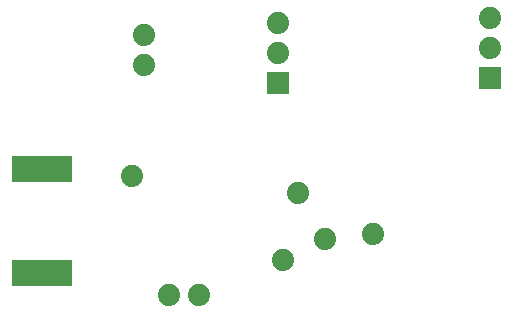
<source format=gbl>
G75*
%MOIN*%
%OFA0B0*%
%FSLAX25Y25*%
%IPPOS*%
%LPD*%
%AMOC8*
5,1,8,0,0,1.08239X$1,22.5*
%
%ADD10C,0.07400*%
%ADD11R,0.20000X0.09000*%
%ADD12R,0.07400X0.07400*%
D10*
X0119972Y0090638D03*
X0170405Y0062606D03*
X0184460Y0069575D03*
X0200248Y0071228D03*
X0175484Y0084929D03*
X0142295Y0050874D03*
X0132295Y0050874D03*
X0124106Y0127528D03*
X0124106Y0137528D03*
X0168731Y0141543D03*
X0168731Y0131543D03*
X0239243Y0133197D03*
X0239243Y0143197D03*
D11*
X0090072Y0058238D03*
X0090072Y0093038D03*
D12*
X0168731Y0121543D03*
X0239243Y0123197D03*
M02*

</source>
